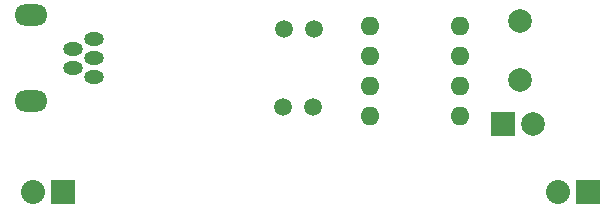
<source format=gbr>
G04 #@! TF.FileFunction,Soldermask,Top*
%FSLAX46Y46*%
G04 Gerber Fmt 4.6, Leading zero omitted, Abs format (unit mm)*
G04 Created by KiCad (PCBNEW (2015-06-16 BZR 5762, Git d3b3131)-product) date 9/30/2015 3:41:20 PM*
%MOMM*%
G01*
G04 APERTURE LIST*
%ADD10C,0.100000*%
%ADD11C,1.501140*%
%ADD12O,1.600000X1.600000*%
%ADD13R,2.032000X2.032000*%
%ADD14O,2.032000X2.032000*%
%ADD15R,2.000000X2.000000*%
%ADD16C,2.000000*%
%ADD17C,1.998980*%
%ADD18O,2.800000X1.800000*%
%ADD19O,1.660000X1.150000*%
G04 APERTURE END LIST*
D10*
D11*
X156743400Y-91440000D03*
X154203400Y-91440000D03*
X156870400Y-84836000D03*
X154330400Y-84836000D03*
D12*
X161569400Y-84582000D03*
X161569400Y-87122000D03*
X161569400Y-89662000D03*
X161569400Y-92202000D03*
X169189400Y-92202000D03*
X169189400Y-89662000D03*
X169189400Y-87122000D03*
X169189400Y-84582000D03*
D13*
X135547100Y-98679000D03*
D14*
X133007100Y-98679000D03*
D15*
X172834300Y-92938600D03*
D16*
X175374300Y-92938600D03*
D17*
X174244000Y-84178140D03*
X174244000Y-89179400D03*
D13*
X179997100Y-98679000D03*
D14*
X177457100Y-98679000D03*
D18*
X132892800Y-83708240D03*
D19*
X138217800Y-88958240D03*
X138217800Y-85758240D03*
X138217800Y-87358240D03*
X136467800Y-88158240D03*
X136467800Y-86558240D03*
D18*
X132892800Y-91008240D03*
M02*

</source>
